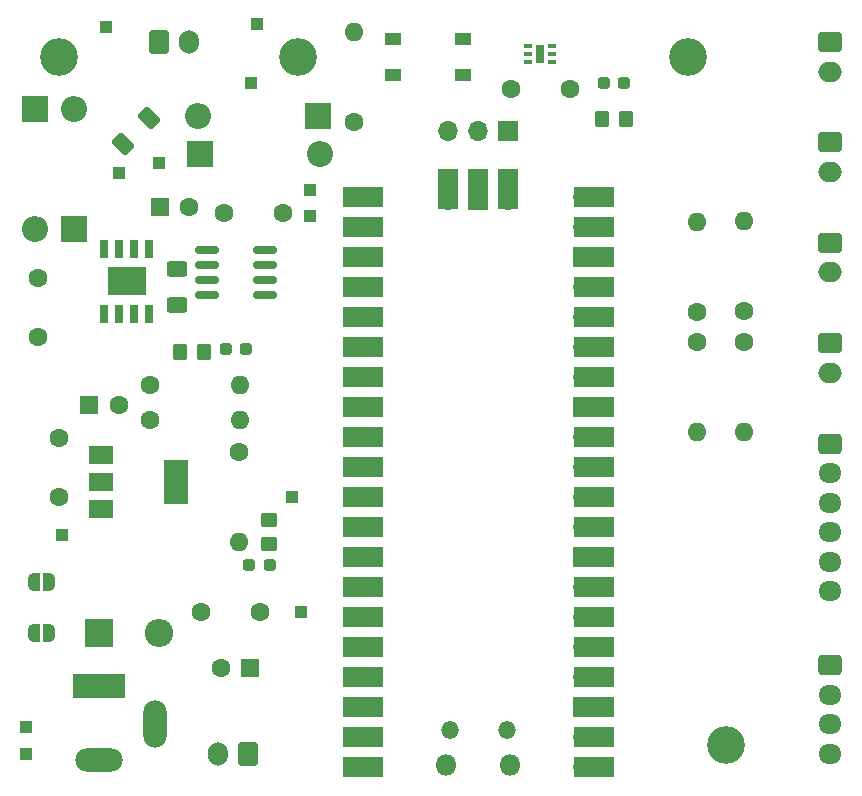
<source format=gbr>
%TF.GenerationSoftware,KiCad,Pcbnew,7.0.10*%
%TF.CreationDate,2024-01-05T15:39:22+01:00*%
%TF.ProjectId,GateControl,47617465-436f-46e7-9472-6f6c2e6b6963,rev?*%
%TF.SameCoordinates,Original*%
%TF.FileFunction,Soldermask,Top*%
%TF.FilePolarity,Negative*%
%FSLAX46Y46*%
G04 Gerber Fmt 4.6, Leading zero omitted, Abs format (unit mm)*
G04 Created by KiCad (PCBNEW 7.0.10) date 2024-01-05 15:39:22*
%MOMM*%
%LPD*%
G01*
G04 APERTURE LIST*
G04 Aperture macros list*
%AMRoundRect*
0 Rectangle with rounded corners*
0 $1 Rounding radius*
0 $2 $3 $4 $5 $6 $7 $8 $9 X,Y pos of 4 corners*
0 Add a 4 corners polygon primitive as box body*
4,1,4,$2,$3,$4,$5,$6,$7,$8,$9,$2,$3,0*
0 Add four circle primitives for the rounded corners*
1,1,$1+$1,$2,$3*
1,1,$1+$1,$4,$5*
1,1,$1+$1,$6,$7*
1,1,$1+$1,$8,$9*
0 Add four rect primitives between the rounded corners*
20,1,$1+$1,$2,$3,$4,$5,0*
20,1,$1+$1,$4,$5,$6,$7,0*
20,1,$1+$1,$6,$7,$8,$9,0*
20,1,$1+$1,$8,$9,$2,$3,0*%
%AMFreePoly0*
4,1,19,0.500000,-0.750000,0.000000,-0.750000,0.000000,-0.744911,-0.071157,-0.744911,-0.207708,-0.704816,-0.327430,-0.627875,-0.420627,-0.520320,-0.479746,-0.390866,-0.500000,-0.250000,-0.500000,0.250000,-0.479746,0.390866,-0.420627,0.520320,-0.327430,0.627875,-0.207708,0.704816,-0.071157,0.744911,0.000000,0.744911,0.000000,0.750000,0.500000,0.750000,0.500000,-0.750000,0.500000,-0.750000,
$1*%
%AMFreePoly1*
4,1,19,0.000000,0.744911,0.071157,0.744911,0.207708,0.704816,0.327430,0.627875,0.420627,0.520320,0.479746,0.390866,0.500000,0.250000,0.500000,-0.250000,0.479746,-0.390866,0.420627,-0.520320,0.327430,-0.627875,0.207708,-0.704816,0.071157,-0.744911,0.000000,-0.744911,0.000000,-0.750000,-0.500000,-0.750000,-0.500000,0.750000,0.000000,0.750000,0.000000,0.744911,0.000000,0.744911,
$1*%
G04 Aperture macros list end*
%ADD10O,1.800000X1.800000*%
%ADD11O,1.500000X1.500000*%
%ADD12O,1.700000X1.700000*%
%ADD13R,3.500000X1.700000*%
%ADD14R,1.700000X1.700000*%
%ADD15R,1.700000X3.500000*%
%ADD16C,3.200000*%
%ADD17RoundRect,0.237500X-0.287500X-0.237500X0.287500X-0.237500X0.287500X0.237500X-0.287500X0.237500X0*%
%ADD18R,1.000000X1.000000*%
%ADD19RoundRect,0.250000X-0.725000X0.600000X-0.725000X-0.600000X0.725000X-0.600000X0.725000X0.600000X0*%
%ADD20O,1.950000X1.700000*%
%ADD21C,1.600000*%
%ADD22RoundRect,0.250000X-0.750000X0.600000X-0.750000X-0.600000X0.750000X-0.600000X0.750000X0.600000X0*%
%ADD23O,2.000000X1.700000*%
%ADD24RoundRect,0.250000X0.159099X-0.724784X0.724784X-0.159099X-0.159099X0.724784X-0.724784X0.159099X0*%
%ADD25RoundRect,0.250000X-0.350000X-0.450000X0.350000X-0.450000X0.350000X0.450000X-0.350000X0.450000X0*%
%ADD26O,1.600000X1.600000*%
%ADD27R,2.200000X2.200000*%
%ADD28O,2.200000X2.200000*%
%ADD29RoundRect,0.250000X0.600000X0.750000X-0.600000X0.750000X-0.600000X-0.750000X0.600000X-0.750000X0*%
%ADD30O,1.700000X2.000000*%
%ADD31RoundRect,0.250000X-0.600000X-0.750000X0.600000X-0.750000X0.600000X0.750000X-0.600000X0.750000X0*%
%ADD32R,0.650000X1.525000*%
%ADD33R,3.300000X2.410000*%
%ADD34R,4.500000X2.000000*%
%ADD35O,4.000000X2.000000*%
%ADD36O,2.000000X4.000000*%
%ADD37RoundRect,0.237500X0.287500X0.237500X-0.287500X0.237500X-0.287500X-0.237500X0.287500X-0.237500X0*%
%ADD38R,2.400000X2.400000*%
%ADD39O,2.400000X2.400000*%
%ADD40RoundRect,0.250000X0.625000X-0.400000X0.625000X0.400000X-0.625000X0.400000X-0.625000X-0.400000X0*%
%ADD41R,1.600000X1.600000*%
%ADD42R,2.000000X1.500000*%
%ADD43R,2.000000X3.800000*%
%ADD44R,1.350000X1.100000*%
%ADD45RoundRect,0.250000X-0.450000X0.350000X-0.450000X-0.350000X0.450000X-0.350000X0.450000X0.350000X0*%
%ADD46FreePoly0,180.000000*%
%ADD47FreePoly1,180.000000*%
%ADD48R,0.800000X0.300000*%
%ADD49R,0.750000X1.550000*%
%ADD50RoundRect,0.150000X0.825000X0.150000X-0.825000X0.150000X-0.825000X-0.150000X0.825000X-0.150000X0*%
G04 APERTURE END LIST*
D10*
%TO.C,U1*%
X195975000Y-126000000D03*
D11*
X195675000Y-122970000D03*
X190825000Y-122970000D03*
D10*
X190525000Y-126000000D03*
D12*
X202140000Y-126130000D03*
D13*
X203040000Y-126130000D03*
D12*
X202140000Y-123590000D03*
D13*
X203040000Y-123590000D03*
D14*
X202140000Y-121050000D03*
D13*
X203040000Y-121050000D03*
D12*
X202140000Y-118510000D03*
D13*
X203040000Y-118510000D03*
D12*
X202140000Y-115970000D03*
D13*
X203040000Y-115970000D03*
D12*
X202140000Y-113430000D03*
D13*
X203040000Y-113430000D03*
D12*
X202140000Y-110890000D03*
D13*
X203040000Y-110890000D03*
D14*
X202140000Y-108350000D03*
D13*
X203040000Y-108350000D03*
D12*
X202140000Y-105810000D03*
D13*
X203040000Y-105810000D03*
D12*
X202140000Y-103270000D03*
D13*
X203040000Y-103270000D03*
D12*
X202140000Y-100730000D03*
D13*
X203040000Y-100730000D03*
D12*
X202140000Y-98190000D03*
D13*
X203040000Y-98190000D03*
D14*
X202140000Y-95650000D03*
D13*
X203040000Y-95650000D03*
D12*
X202140000Y-93110000D03*
D13*
X203040000Y-93110000D03*
D12*
X202140000Y-90570000D03*
D13*
X203040000Y-90570000D03*
D12*
X202140000Y-88030000D03*
D13*
X203040000Y-88030000D03*
D12*
X202140000Y-85490000D03*
D13*
X203040000Y-85490000D03*
D14*
X202140000Y-82950000D03*
D13*
X203040000Y-82950000D03*
D12*
X202140000Y-80410000D03*
D13*
X203040000Y-80410000D03*
D12*
X202140000Y-77870000D03*
D13*
X203040000Y-77870000D03*
D12*
X184360000Y-77870000D03*
D13*
X183460000Y-77870000D03*
D12*
X184360000Y-80410000D03*
D13*
X183460000Y-80410000D03*
D14*
X184360000Y-82950000D03*
D13*
X183460000Y-82950000D03*
D12*
X184360000Y-85490000D03*
D13*
X183460000Y-85490000D03*
D12*
X184360000Y-88030000D03*
D13*
X183460000Y-88030000D03*
D12*
X184360000Y-90570000D03*
D13*
X183460000Y-90570000D03*
D12*
X184360000Y-93110000D03*
D13*
X183460000Y-93110000D03*
D14*
X184360000Y-95650000D03*
D13*
X183460000Y-95650000D03*
D12*
X184360000Y-98190000D03*
D13*
X183460000Y-98190000D03*
D12*
X184360000Y-100730000D03*
D13*
X183460000Y-100730000D03*
D12*
X184360000Y-103270000D03*
D13*
X183460000Y-103270000D03*
D12*
X184360000Y-105810000D03*
D13*
X183460000Y-105810000D03*
D14*
X184360000Y-108350000D03*
D13*
X183460000Y-108350000D03*
D12*
X184360000Y-110890000D03*
D13*
X183460000Y-110890000D03*
D12*
X184360000Y-113430000D03*
D13*
X183460000Y-113430000D03*
D12*
X184360000Y-115970000D03*
D13*
X183460000Y-115970000D03*
D12*
X184360000Y-118510000D03*
D13*
X183460000Y-118510000D03*
D14*
X184360000Y-121050000D03*
D13*
X183460000Y-121050000D03*
D12*
X184360000Y-123590000D03*
D13*
X183460000Y-123590000D03*
D12*
X184360000Y-126130000D03*
D13*
X183460000Y-126130000D03*
D12*
X195790000Y-78100000D03*
D15*
X195790000Y-77200000D03*
D14*
X193250000Y-78100000D03*
D15*
X193250000Y-77200000D03*
D12*
X190710000Y-78100000D03*
D15*
X190710000Y-77200000D03*
%TD*%
D14*
%TO.C,J5*%
X195775000Y-72275000D03*
D12*
X193235000Y-72275000D03*
X190695000Y-72275000D03*
%TD*%
D16*
%TO.C,H4*%
X157750000Y-66000000D03*
%TD*%
D17*
%TO.C,D6*%
X173875000Y-109000000D03*
X175625000Y-109000000D03*
%TD*%
D16*
%TO.C,H3*%
X214250000Y-124250000D03*
%TD*%
D18*
%TO.C,GND3*%
X155000000Y-125000000D03*
%TD*%
%TO.C,Sense1*%
X162860000Y-75850000D03*
%TD*%
D19*
%TO.C,J_I2C1*%
X223000000Y-117500000D03*
D20*
X223000000Y-120000000D03*
X223000000Y-122500000D03*
X223000000Y-125000000D03*
%TD*%
D18*
%TO.C,VDC2*%
X174000000Y-68250000D03*
%TD*%
%TO.C,GND2*%
X166250000Y-75000000D03*
%TD*%
D21*
%TO.C,C_IC3*%
X171750000Y-79250000D03*
X176750000Y-79250000D03*
%TD*%
D22*
%TO.C,J_BTN2*%
X223025000Y-81750000D03*
D23*
X223025000Y-84250000D03*
%TD*%
D24*
%TO.C,R_SENSE1*%
X163153984Y-73346016D03*
X165346016Y-71153984D03*
%TD*%
D25*
%TO.C,R10k_4*%
X168000000Y-91000000D03*
X170000000Y-91000000D03*
%TD*%
D21*
%TO.C,R2k_2*%
X215750000Y-87560000D03*
D26*
X215750000Y-79940000D03*
%TD*%
D19*
%TO.C,J_SPI1*%
X223000000Y-98750000D03*
D20*
X223000000Y-101250000D03*
X223000000Y-103750000D03*
X223000000Y-106250000D03*
X223000000Y-108750000D03*
X223000000Y-111250000D03*
%TD*%
D21*
%TO.C,C_IC5*%
X196000000Y-68750000D03*
X201000000Y-68750000D03*
%TD*%
%TO.C,R1k_2*%
X165440000Y-93750000D03*
D26*
X173060000Y-93750000D03*
%TD*%
D27*
%TO.C,D4*%
X169670000Y-74250000D03*
D28*
X179830000Y-74250000D03*
%TD*%
D21*
%TO.C,C_IC2*%
X174750000Y-113000000D03*
X169750000Y-113000000D03*
%TD*%
D18*
%TO.C,VDC1*%
X155000000Y-122750000D03*
%TD*%
D17*
%TO.C,D1*%
X203875000Y-68250000D03*
X205625000Y-68250000D03*
%TD*%
D29*
%TO.C,J_IN2*%
X173750000Y-125000000D03*
D30*
X171250000Y-125000000D03*
%TD*%
D31*
%TO.C,J_Motor1*%
X166250000Y-64750000D03*
D30*
X168750000Y-64750000D03*
%TD*%
D21*
%TO.C,R10k_1*%
X215750000Y-90190000D03*
D26*
X215750000Y-97810000D03*
%TD*%
D32*
%TO.C,U4*%
X161595000Y-87737000D03*
X162865000Y-87737000D03*
X164135000Y-87737000D03*
X165405000Y-87737000D03*
X165405000Y-82313000D03*
X164135000Y-82313000D03*
X162865000Y-82313000D03*
X161595000Y-82313000D03*
D33*
X163500000Y-85025000D03*
%TD*%
D21*
%TO.C,C_IC1*%
X157750000Y-103250000D03*
X157750000Y-98250000D03*
%TD*%
D18*
%TO.C,GND1*%
X178250000Y-113000000D03*
%TD*%
D21*
%TO.C,C_IC4*%
X156000000Y-89750000D03*
X156000000Y-84750000D03*
%TD*%
D34*
%TO.C,J_IN1*%
X161150000Y-119300000D03*
D35*
X161150000Y-125500000D03*
D36*
X165850000Y-122500000D03*
%TD*%
D37*
%TO.C,D7*%
X173625000Y-90750000D03*
X171875000Y-90750000D03*
%TD*%
D38*
%TO.C,D_TVS1*%
X161160000Y-114750000D03*
D39*
X166240000Y-114750000D03*
%TD*%
D40*
%TO.C,R_SHNT1*%
X167750000Y-87050000D03*
X167750000Y-83950000D03*
%TD*%
D16*
%TO.C,H2*%
X211000000Y-66000000D03*
%TD*%
D18*
%TO.C,Out1*%
X174500000Y-63250000D03*
%TD*%
D41*
%TO.C,C_47uF2*%
X173955112Y-117750000D03*
D21*
X171455112Y-117750000D03*
%TD*%
D22*
%TO.C,J_BTN3*%
X223025000Y-73250000D03*
D23*
X223025000Y-75750000D03*
%TD*%
D42*
%TO.C,U5*%
X161350000Y-99700000D03*
X161350000Y-102000000D03*
D43*
X167650000Y-102000000D03*
D42*
X161350000Y-104300000D03*
%TD*%
D18*
%TO.C,5V1*%
X177500000Y-103250000D03*
%TD*%
%TO.C,In2*%
X179000000Y-79500000D03*
%TD*%
D44*
%TO.C,S1*%
X186075000Y-64500000D03*
X191925000Y-64500000D03*
X186075000Y-67500000D03*
X191925000Y-67500000D03*
%TD*%
D21*
%TO.C,R10k_2*%
X211750000Y-90150000D03*
D26*
X211750000Y-97770000D03*
%TD*%
D21*
%TO.C,R1k_1*%
X182750000Y-71560000D03*
D26*
X182750000Y-63940000D03*
%TD*%
D25*
%TO.C,R2k_1*%
X203750000Y-71250000D03*
X205750000Y-71250000D03*
%TD*%
D21*
%TO.C,R10k_3*%
X211750000Y-87600000D03*
D26*
X211750000Y-79980000D03*
%TD*%
D22*
%TO.C,J_BTN1*%
X223025000Y-90250000D03*
D23*
X223025000Y-92750000D03*
%TD*%
D21*
%TO.C,R1k_3*%
X165440000Y-96750000D03*
D26*
X173060000Y-96750000D03*
%TD*%
D27*
%TO.C,D3*%
X159000000Y-80580000D03*
D28*
X159000000Y-70420000D03*
%TD*%
D45*
%TO.C,R2k_4*%
X175500000Y-105250000D03*
X175500000Y-107250000D03*
%TD*%
D18*
%TO.C,12V1*%
X158000000Y-106500000D03*
%TD*%
D46*
%TO.C,JP12*%
X156900000Y-110500000D03*
D47*
X155600000Y-110500000D03*
%TD*%
D48*
%TO.C,U3*%
X197500000Y-65100000D03*
X197500000Y-65750000D03*
X197500000Y-66400000D03*
X199500000Y-66400000D03*
X199500000Y-65750000D03*
X199500000Y-65100000D03*
D49*
X198500000Y-65750000D03*
%TD*%
D41*
%TO.C,C_47uF3*%
X166294888Y-78750000D03*
D21*
X168794888Y-78750000D03*
%TD*%
%TO.C,R2k_3*%
X173000000Y-99440000D03*
D26*
X173000000Y-107060000D03*
%TD*%
D27*
%TO.C,D2*%
X179660000Y-71000000D03*
D28*
X169500000Y-71000000D03*
%TD*%
D46*
%TO.C,JP5*%
X156900000Y-114750000D03*
D47*
X155600000Y-114750000D03*
%TD*%
D50*
%TO.C,U2*%
X175225000Y-86155000D03*
X175225000Y-84885000D03*
X175225000Y-83615000D03*
X175225000Y-82345000D03*
X170275000Y-82345000D03*
X170275000Y-83615000D03*
X170275000Y-84885000D03*
X170275000Y-86155000D03*
%TD*%
D27*
%TO.C,D5*%
X155750000Y-70420000D03*
D28*
X155750000Y-80580000D03*
%TD*%
D18*
%TO.C,In1*%
X179000000Y-77250000D03*
%TD*%
D16*
%TO.C,H1*%
X178000000Y-66000000D03*
%TD*%
D22*
%TO.C,J_LED1*%
X223000000Y-64750000D03*
D23*
X223000000Y-67250000D03*
%TD*%
D41*
%TO.C,C_47uF1*%
X160294887Y-95500000D03*
D21*
X162794887Y-95500000D03*
%TD*%
D18*
%TO.C,Out2*%
X161750000Y-63500000D03*
%TD*%
M02*

</source>
